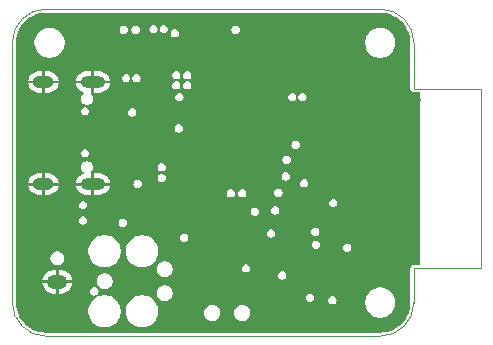
<source format=gbr>
%TF.GenerationSoftware,KiCad,Pcbnew,8.0.0*%
%TF.CreationDate,2024-03-13T13:13:57+00:00*%
%TF.ProjectId,HW_MoveCritic_KiCad_Project,48575f4d-6f76-4654-9372-697469635f4b,rev?*%
%TF.SameCoordinates,PX7ee4219PY616af6f*%
%TF.FileFunction,Copper,L3,Inr*%
%TF.FilePolarity,Positive*%
%FSLAX46Y46*%
G04 Gerber Fmt 4.6, Leading zero omitted, Abs format (unit mm)*
G04 Created by KiCad (PCBNEW 8.0.0) date 2024-03-13 13:13:57*
%MOMM*%
%LPD*%
G01*
G04 APERTURE LIST*
%TA.AperFunction,ComponentPad*%
%ADD10O,1.800000X1.000000*%
%TD*%
%TA.AperFunction,ComponentPad*%
%ADD11O,2.100000X1.000000*%
%TD*%
%TA.AperFunction,ComponentPad*%
%ADD12O,1.750000X1.200000*%
%TD*%
%TA.AperFunction,ViaPad*%
%ADD13C,0.700000*%
%TD*%
%TA.AperFunction,ViaPad*%
%ADD14C,0.500000*%
%TD*%
%TA.AperFunction,Profile*%
%ADD15C,0.100000*%
%TD*%
G04 APERTURE END LIST*
D10*
%TO.N,GND*%
%TO.C,J3*%
X2635000Y12880000D03*
D11*
X6815000Y12880000D03*
D10*
X2635000Y21520000D03*
D11*
X6815000Y21520000D03*
%TD*%
D12*
%TO.N,GND*%
%TO.C,J1*%
X3799999Y4599999D03*
%TD*%
D13*
%TO.N,GND*%
X11200000Y9600000D03*
X21724234Y26468767D03*
X23724234Y26468767D03*
X29280000Y20000000D03*
X27280000Y20000000D03*
X6487890Y23500000D03*
X4280000Y17500000D03*
X4280000Y15500000D03*
X4280000Y19500000D03*
X2280000Y19500000D03*
X2280000Y17500000D03*
X2280000Y15500000D03*
X5280000Y1500000D03*
X28280000Y12000000D03*
X28280000Y14000000D03*
X17150001Y22669998D03*
X25329999Y18880000D03*
X31280000Y22000000D03*
X19900000Y17850000D03*
X24850001Y16900000D03*
X14560000Y1080000D03*
X20900001Y11375000D03*
X14530000Y5830000D03*
X32280000Y10000000D03*
X19410000Y10710000D03*
X14420000Y24209998D03*
X25261789Y1000000D03*
X29280000Y24000000D03*
X27280000Y22000000D03*
X15570000Y22650000D03*
X17630000Y17790000D03*
X18750000Y14299999D03*
X30280000Y12000000D03*
X32280000Y14000000D03*
X26990000Y16249998D03*
X15637500Y24510001D03*
X14850000Y4590000D03*
X26045300Y13984067D03*
X8730000Y20900000D03*
X19890000Y15570000D03*
X31600000Y17000000D03*
X10180000Y15900000D03*
X22850000Y7300000D03*
X31600001Y18849998D03*
X3780000Y1500000D03*
X14260001Y15669999D03*
X14280001Y12060000D03*
X30280000Y8000000D03*
X30020001Y16219999D03*
X2280000Y1500000D03*
X16350001Y22659998D03*
X12280000Y21500000D03*
X9127502Y14129999D03*
X13237258Y2163253D03*
X20950002Y14549999D03*
D14*
X34320001Y20009999D03*
D13*
X14955001Y10700000D03*
X29280000Y22000000D03*
X9857501Y20109999D03*
X14560000Y2840000D03*
X16699999Y18749999D03*
X21993960Y24812975D03*
X32280000Y8000000D03*
X32280000Y6000000D03*
X13420000Y15659998D03*
X20950001Y16699999D03*
X30280000Y6000000D03*
X20424999Y21300000D03*
X27280000Y24000000D03*
X23760002Y4049999D03*
X16699999Y16699999D03*
X29280000Y26000000D03*
X16167500Y5740001D03*
X9200000Y12000000D03*
X16700000Y14549998D03*
X20950000Y18749998D03*
X17790000Y15610000D03*
X25680000Y6500000D03*
X18700001Y19099999D03*
X23261789Y1000000D03*
X8700001Y23499999D03*
X30280000Y14000000D03*
X25657467Y21820561D03*
X25320001Y19710000D03*
X32280000Y12000000D03*
X13430002Y12049999D03*
X12280000Y19300000D03*
X28290001Y5160000D03*
X30280000Y10000000D03*
%TD*%
%TA.AperFunction,Conductor*%
%TO.N,GND*%
G36*
X31152066Y27399384D02*
G01*
X31431316Y27383701D01*
X31439552Y27382772D01*
X31713203Y27336276D01*
X31713215Y27336274D01*
X31721306Y27334428D01*
X31988065Y27257577D01*
X31995877Y27254843D01*
X32252359Y27148605D01*
X32259822Y27145010D01*
X32502772Y27010735D01*
X32509794Y27006324D01*
X32509800Y27006320D01*
X32736197Y26845683D01*
X32736202Y26845680D01*
X32742681Y26840513D01*
X32881728Y26716253D01*
X32949669Y26655536D01*
X32955536Y26649669D01*
X33140504Y26442691D01*
X33145679Y26436203D01*
X33306323Y26209796D01*
X33310730Y26202782D01*
X33445013Y25959816D01*
X33448607Y25952352D01*
X33547789Y25712904D01*
X33554837Y25695890D01*
X33557578Y25688057D01*
X33634429Y25421305D01*
X33636272Y25413230D01*
X33682771Y25139558D01*
X33683700Y25131312D01*
X33699384Y24852049D01*
X33699500Y24847900D01*
X33699500Y20920434D01*
X33719977Y20844013D01*
X33719979Y20844008D01*
X33733306Y20820925D01*
X33759540Y20775487D01*
X33815489Y20719538D01*
X33884011Y20679977D01*
X33884012Y20679977D01*
X33884014Y20679976D01*
X33922224Y20669738D01*
X33960435Y20659499D01*
X33960436Y20659498D01*
X34433443Y20659498D01*
X34485769Y20637824D01*
X34507443Y20585498D01*
X34507443Y20585471D01*
X34505569Y15390339D01*
X34502229Y6134470D01*
X34480537Y6082153D01*
X34428230Y6060498D01*
X34044110Y6060498D01*
X34044094Y6060499D01*
X34039564Y6060499D01*
X33960440Y6060499D01*
X33960438Y6060499D01*
X33884016Y6040022D01*
X33884011Y6040020D01*
X33815490Y6000459D01*
X33759542Y5944511D01*
X33719981Y5875990D01*
X33719979Y5875985D01*
X33699502Y5799564D01*
X33699502Y2852083D01*
X33699386Y2847934D01*
X33683703Y2568687D01*
X33682774Y2560447D01*
X33636276Y2286773D01*
X33634432Y2278694D01*
X33557583Y2011945D01*
X33554842Y2004112D01*
X33448612Y1747653D01*
X33445012Y1740177D01*
X33310736Y1497222D01*
X33306321Y1490196D01*
X33145682Y1263795D01*
X33140507Y1257306D01*
X32955538Y1050328D01*
X32949671Y1044461D01*
X32742693Y859492D01*
X32736204Y854317D01*
X32509796Y693673D01*
X32502770Y689259D01*
X32259830Y554990D01*
X32252354Y551389D01*
X31995888Y445157D01*
X31988055Y442416D01*
X31721307Y365568D01*
X31713217Y363722D01*
X31439558Y317225D01*
X31431311Y316295D01*
X31152101Y300616D01*
X31147952Y300500D01*
X2852083Y300500D01*
X2847934Y300616D01*
X2568688Y316299D01*
X2560450Y317228D01*
X2286770Y363727D01*
X2278695Y365570D01*
X2011943Y442420D01*
X2004111Y445161D01*
X1747650Y551390D01*
X1740183Y554985D01*
X1497212Y689271D01*
X1490196Y693680D01*
X1263807Y854312D01*
X1257319Y859485D01*
X1167197Y940023D01*
X1050324Y1044467D01*
X1044463Y1050328D01*
X859484Y1257320D01*
X854312Y1263807D01*
X838268Y1286419D01*
X693680Y1490196D01*
X689272Y1497210D01*
X554989Y1740178D01*
X551389Y1747654D01*
X533984Y1789673D01*
X445894Y2002339D01*
X6442051Y2002339D01*
X6475733Y1789673D01*
X6475736Y1789660D01*
X6542269Y1584894D01*
X6640024Y1393037D01*
X6738639Y1257306D01*
X6766587Y1218839D01*
X6918841Y1066585D01*
X6918844Y1066583D01*
X6918845Y1066582D01*
X7093038Y940023D01*
X7185508Y892908D01*
X7284890Y842270D01*
X7284892Y842270D01*
X7284895Y842268D01*
X7489661Y775735D01*
X7489667Y775734D01*
X7489672Y775732D01*
X7631451Y753277D01*
X7702340Y742049D01*
X7702341Y742049D01*
X7917662Y742049D01*
X7970828Y750470D01*
X8130330Y775732D01*
X8130337Y775735D01*
X8130340Y775735D01*
X8335106Y842268D01*
X8335106Y842269D01*
X8335112Y842270D01*
X8526963Y940023D01*
X8701161Y1066585D01*
X8853415Y1218839D01*
X8979977Y1393037D01*
X9077730Y1584888D01*
X9103212Y1663313D01*
X9144265Y1789660D01*
X9144265Y1789663D01*
X9144268Y1789670D01*
X9177951Y2002339D01*
X9617051Y2002339D01*
X9650733Y1789673D01*
X9650736Y1789660D01*
X9717269Y1584894D01*
X9815024Y1393037D01*
X9913639Y1257306D01*
X9941587Y1218839D01*
X10093841Y1066585D01*
X10093844Y1066583D01*
X10093845Y1066582D01*
X10268038Y940023D01*
X10360508Y892908D01*
X10459890Y842270D01*
X10459892Y842270D01*
X10459895Y842268D01*
X10664661Y775735D01*
X10664667Y775734D01*
X10664672Y775732D01*
X10806451Y753277D01*
X10877340Y742049D01*
X10877341Y742049D01*
X11092662Y742049D01*
X11145828Y750470D01*
X11305330Y775732D01*
X11305337Y775735D01*
X11305340Y775735D01*
X11510106Y842268D01*
X11510106Y842269D01*
X11510112Y842270D01*
X11701963Y940023D01*
X11876161Y1066585D01*
X12028415Y1218839D01*
X12154977Y1393037D01*
X12252730Y1584888D01*
X12278212Y1663313D01*
X12319265Y1789660D01*
X12319265Y1789663D01*
X12319268Y1789670D01*
X12335318Y1891006D01*
X16214502Y1891006D01*
X16218027Y1873285D01*
X16241420Y1755677D01*
X16241423Y1755667D01*
X16294225Y1628191D01*
X16294226Y1628189D01*
X16294227Y1628188D01*
X16370888Y1513457D01*
X16468460Y1415885D01*
X16583191Y1339224D01*
X16710674Y1286419D01*
X16846009Y1259499D01*
X16846011Y1259499D01*
X16983993Y1259499D01*
X16983995Y1259499D01*
X17119330Y1286419D01*
X17246813Y1339224D01*
X17361544Y1415885D01*
X17459116Y1513457D01*
X17535777Y1628188D01*
X17588582Y1755671D01*
X17615502Y1891006D01*
X18754502Y1891006D01*
X18758027Y1873285D01*
X18781420Y1755677D01*
X18781423Y1755667D01*
X18834225Y1628191D01*
X18834226Y1628189D01*
X18834227Y1628188D01*
X18910888Y1513457D01*
X19008460Y1415885D01*
X19123191Y1339224D01*
X19250674Y1286419D01*
X19386009Y1259499D01*
X19386011Y1259499D01*
X19523993Y1259499D01*
X19523995Y1259499D01*
X19659330Y1286419D01*
X19786813Y1339224D01*
X19901544Y1415885D01*
X19999116Y1513457D01*
X20075777Y1628188D01*
X20128582Y1755671D01*
X20155502Y1891006D01*
X20155502Y2028992D01*
X20128582Y2164327D01*
X20081210Y2278694D01*
X20075778Y2291808D01*
X19999118Y2406538D01*
X19999116Y2406541D01*
X19901544Y2504113D01*
X19832643Y2550151D01*
X19786810Y2580776D01*
X19659334Y2633578D01*
X19659324Y2633581D01*
X19568696Y2651608D01*
X19523995Y2660499D01*
X19386009Y2660499D01*
X19347644Y2652868D01*
X19250679Y2633581D01*
X19250669Y2633578D01*
X19123193Y2580776D01*
X19008463Y2504116D01*
X18910885Y2406538D01*
X18834225Y2291808D01*
X18781423Y2164332D01*
X18781420Y2164322D01*
X18758947Y2051343D01*
X18754502Y2028992D01*
X18754502Y1891006D01*
X17615502Y1891006D01*
X17615502Y2028992D01*
X17588582Y2164327D01*
X17541210Y2278694D01*
X17535778Y2291808D01*
X17459118Y2406538D01*
X17459116Y2406541D01*
X17361544Y2504113D01*
X17292643Y2550151D01*
X17246810Y2580776D01*
X17119334Y2633578D01*
X17119324Y2633581D01*
X17028696Y2651608D01*
X16983995Y2660499D01*
X16846009Y2660499D01*
X16807644Y2652868D01*
X16710679Y2633581D01*
X16710669Y2633578D01*
X16583193Y2580776D01*
X16468463Y2504116D01*
X16370885Y2406538D01*
X16294225Y2291808D01*
X16241423Y2164332D01*
X16241420Y2164322D01*
X16218947Y2051343D01*
X16214502Y2028992D01*
X16214502Y1891006D01*
X12335318Y1891006D01*
X12352951Y2002339D01*
X12352951Y2217659D01*
X12319268Y2430328D01*
X12319266Y2430333D01*
X12319265Y2430339D01*
X12252732Y2635105D01*
X12252730Y2635108D01*
X12252730Y2635110D01*
X12187615Y2762905D01*
X12154977Y2826962D01*
X12028418Y3001155D01*
X12028417Y3001156D01*
X12028415Y3001159D01*
X11876161Y3153413D01*
X11876158Y3153416D01*
X11876156Y3153417D01*
X11701963Y3279976D01*
X11510106Y3377731D01*
X11305340Y3444264D01*
X11305327Y3444267D01*
X11092662Y3477949D01*
X11092661Y3477949D01*
X10877341Y3477949D01*
X10877340Y3477949D01*
X10664674Y3444267D01*
X10664661Y3444264D01*
X10459895Y3377731D01*
X10268038Y3279976D01*
X10093845Y3153417D01*
X9941583Y3001155D01*
X9815024Y2826962D01*
X9717269Y2635105D01*
X9650736Y2430339D01*
X9650733Y2430326D01*
X9617051Y2217660D01*
X9617051Y2002339D01*
X9177951Y2002339D01*
X9177951Y2217659D01*
X9144268Y2430328D01*
X9144266Y2430333D01*
X9144265Y2430339D01*
X9077732Y2635105D01*
X9077730Y2635108D01*
X9077730Y2635110D01*
X9012615Y2762905D01*
X8979977Y2826962D01*
X8853418Y3001155D01*
X8853417Y3001156D01*
X8853415Y3001159D01*
X8701161Y3153413D01*
X8701158Y3153416D01*
X8701156Y3153417D01*
X8526963Y3279976D01*
X8335106Y3377731D01*
X8130340Y3444264D01*
X8130327Y3444267D01*
X7917662Y3477949D01*
X7917661Y3477949D01*
X7702341Y3477949D01*
X7702340Y3477949D01*
X7489674Y3444267D01*
X7489661Y3444264D01*
X7284895Y3377731D01*
X7093038Y3279976D01*
X6918845Y3153417D01*
X6766583Y3001155D01*
X6640024Y2826962D01*
X6542269Y2635105D01*
X6475736Y2430339D01*
X6475733Y2430326D01*
X6442051Y2217660D01*
X6442051Y2002339D01*
X445894Y2002339D01*
X445155Y2004123D01*
X442421Y2011936D01*
X365566Y2278706D01*
X363728Y2286757D01*
X317224Y2560465D01*
X316298Y2568688D01*
X315619Y2580774D01*
X300616Y2847934D01*
X300500Y2852083D01*
X300500Y4474999D01*
X2530271Y4474999D01*
X2563426Y4308317D01*
X2563429Y4308306D01*
X2638808Y4126324D01*
X2748245Y3962540D01*
X2887539Y3823246D01*
X3051323Y3713809D01*
X3233305Y3638430D01*
X3233316Y3638427D01*
X3426509Y3599999D01*
X3674999Y3599999D01*
X3674999Y4245265D01*
X3750629Y4224999D01*
X3849369Y4224999D01*
X3924999Y4245265D01*
X3924999Y3599999D01*
X4173489Y3599999D01*
X4366681Y3638427D01*
X4366692Y3638430D01*
X4548674Y3713809D01*
X4677666Y3799999D01*
X6595133Y3799999D01*
X6612501Y3690339D01*
X6615635Y3684189D01*
X6662907Y3591412D01*
X6741415Y3512904D01*
X6840341Y3462499D01*
X6950002Y3445130D01*
X7059663Y3462499D01*
X7158589Y3512904D01*
X7213126Y3567441D01*
X12214201Y3567441D01*
X12240170Y3436881D01*
X12240172Y3436875D01*
X12281502Y3337094D01*
X12291115Y3313888D01*
X12365073Y3203202D01*
X12459204Y3109071D01*
X12569890Y3035113D01*
X12692877Y2984170D01*
X12823441Y2958199D01*
X12823443Y2958199D01*
X12956559Y2958199D01*
X12956561Y2958199D01*
X13087125Y2984170D01*
X13210112Y3035113D01*
X13320798Y3109071D01*
X13414929Y3203202D01*
X13446198Y3250000D01*
X24845131Y3250000D01*
X24862499Y3140340D01*
X24908530Y3049999D01*
X24912905Y3041413D01*
X24991413Y2962905D01*
X25090339Y2912500D01*
X25200000Y2895131D01*
X25309661Y2912500D01*
X25408587Y2962905D01*
X25487095Y3041413D01*
X25491470Y3049999D01*
X26745130Y3049999D01*
X26762498Y2940339D01*
X26762499Y2940338D01*
X26812904Y2841412D01*
X26891412Y2762904D01*
X26990338Y2712499D01*
X27099999Y2695130D01*
X27209660Y2712499D01*
X27281731Y2749221D01*
X29869501Y2749221D01*
X29901030Y2550151D01*
X29901033Y2550138D01*
X29963312Y2358463D01*
X30054818Y2178871D01*
X30163712Y2028991D01*
X30173290Y2015809D01*
X30315811Y1873288D01*
X30478872Y1754817D01*
X30658459Y1663313D01*
X30658461Y1663313D01*
X30658464Y1663311D01*
X30850139Y1601032D01*
X30850145Y1601031D01*
X30850150Y1601029D01*
X30982865Y1580009D01*
X31049222Y1569499D01*
X31049223Y1569499D01*
X31250780Y1569499D01*
X31300547Y1577382D01*
X31449852Y1601029D01*
X31449859Y1601032D01*
X31449862Y1601032D01*
X31641537Y1663311D01*
X31641537Y1663312D01*
X31641543Y1663313D01*
X31821130Y1754817D01*
X31984191Y1873288D01*
X32126712Y2015809D01*
X32245183Y2178870D01*
X32336687Y2358457D01*
X32336689Y2358463D01*
X32398968Y2550138D01*
X32398968Y2550141D01*
X32398971Y2550148D01*
X32430501Y2749221D01*
X32430501Y2950777D01*
X32429325Y2958199D01*
X32417144Y3035112D01*
X32398971Y3149850D01*
X32398969Y3149855D01*
X32398968Y3149861D01*
X32336689Y3341536D01*
X32336687Y3341539D01*
X32336687Y3341541D01*
X32245183Y3521128D01*
X32187880Y3599999D01*
X32126715Y3684185D01*
X32126714Y3684186D01*
X32126712Y3684189D01*
X31984191Y3826710D01*
X31984188Y3826713D01*
X31984186Y3826714D01*
X31821129Y3945182D01*
X31641537Y4036688D01*
X31449862Y4098967D01*
X31449849Y4098970D01*
X31250780Y4130499D01*
X31250779Y4130499D01*
X31049223Y4130499D01*
X31049222Y4130499D01*
X30850152Y4098970D01*
X30850139Y4098967D01*
X30658464Y4036688D01*
X30478872Y3945182D01*
X30315815Y3826714D01*
X30173286Y3684185D01*
X30054818Y3521128D01*
X29963312Y3341536D01*
X29901033Y3149861D01*
X29901030Y3149848D01*
X29869501Y2950778D01*
X29869501Y2749221D01*
X27281731Y2749221D01*
X27308586Y2762904D01*
X27387094Y2841412D01*
X27437499Y2940338D01*
X27454868Y3049999D01*
X27437499Y3159660D01*
X27387094Y3258586D01*
X27308586Y3337094D01*
X27299858Y3341541D01*
X27209659Y3387500D01*
X27099999Y3404868D01*
X26990338Y3387500D01*
X26891411Y3337094D01*
X26812904Y3258587D01*
X26762498Y3159660D01*
X26745130Y3049999D01*
X25491470Y3049999D01*
X25537500Y3140339D01*
X25554869Y3250000D01*
X25537500Y3359661D01*
X25487095Y3458587D01*
X25408587Y3537095D01*
X25309660Y3587501D01*
X25200000Y3604869D01*
X25090339Y3587501D01*
X24991412Y3537095D01*
X24912905Y3458588D01*
X24862499Y3359661D01*
X24845131Y3250000D01*
X13446198Y3250000D01*
X13488887Y3313888D01*
X13539830Y3436875D01*
X13565801Y3567439D01*
X13565801Y3700559D01*
X13539830Y3831123D01*
X13488887Y3954110D01*
X13414929Y4064796D01*
X13320798Y4158927D01*
X13210112Y4232885D01*
X13210109Y4232887D01*
X13210108Y4232887D01*
X13087125Y4283828D01*
X13087119Y4283830D01*
X12999686Y4301221D01*
X12956561Y4309799D01*
X12823441Y4309799D01*
X12786428Y4302437D01*
X12692882Y4283830D01*
X12692876Y4283828D01*
X12569893Y4232887D01*
X12459204Y4158928D01*
X12459203Y4158926D01*
X12365074Y4064797D01*
X12365072Y4064796D01*
X12291113Y3954107D01*
X12240172Y3831124D01*
X12240170Y3831118D01*
X12214201Y3700558D01*
X12214201Y3567441D01*
X7213126Y3567441D01*
X7237097Y3591412D01*
X7287502Y3690338D01*
X7304871Y3799999D01*
X7287502Y3909660D01*
X7237097Y4008586D01*
X7158589Y4087094D01*
X7135281Y4098970D01*
X7059662Y4137500D01*
X6950002Y4154868D01*
X6840341Y4137500D01*
X6741414Y4087094D01*
X6662907Y4008587D01*
X6612501Y3909660D01*
X6595133Y3799999D01*
X4677666Y3799999D01*
X4712458Y3823246D01*
X4851752Y3962540D01*
X4961189Y4126324D01*
X5036568Y4308306D01*
X5036571Y4308317D01*
X5069726Y4474999D01*
X4154734Y4474999D01*
X4174999Y4550629D01*
X4174999Y4583441D01*
X7134201Y4583441D01*
X7160170Y4452881D01*
X7160172Y4452875D01*
X7211115Y4329888D01*
X7260641Y4255767D01*
X7281199Y4224999D01*
X7285073Y4219202D01*
X7379204Y4125071D01*
X7489890Y4051113D01*
X7612877Y4000170D01*
X7743441Y3974199D01*
X7743443Y3974199D01*
X7876559Y3974199D01*
X7876561Y3974199D01*
X8007125Y4000170D01*
X8130112Y4051113D01*
X8240798Y4125071D01*
X8334929Y4219202D01*
X8408887Y4329888D01*
X8459830Y4452875D01*
X8485801Y4583439D01*
X8485801Y4716559D01*
X8459830Y4847123D01*
X8408887Y4970110D01*
X8334929Y5080796D01*
X8240798Y5174927D01*
X8130112Y5248885D01*
X8130109Y5248887D01*
X8130108Y5248887D01*
X8007125Y5299828D01*
X8007119Y5299830D01*
X7919686Y5317221D01*
X7876561Y5325799D01*
X7743441Y5325799D01*
X7706428Y5318437D01*
X7612882Y5299830D01*
X7612876Y5299828D01*
X7489893Y5248887D01*
X7379204Y5174928D01*
X7379203Y5174926D01*
X7285074Y5080797D01*
X7285072Y5080796D01*
X7211113Y4970107D01*
X7160172Y4847124D01*
X7160170Y4847118D01*
X7134201Y4716558D01*
X7134201Y4583441D01*
X4174999Y4583441D01*
X4174999Y4649369D01*
X4154734Y4724999D01*
X5069726Y4724999D01*
X5069726Y4725000D01*
X5036571Y4891682D01*
X5036568Y4891693D01*
X4961189Y5073675D01*
X4851752Y5237459D01*
X4712458Y5376753D01*
X4548674Y5486190D01*
X4366692Y5561569D01*
X4366681Y5561572D01*
X4176304Y5599439D01*
X12214201Y5599439D01*
X12221733Y5561572D01*
X12240170Y5468881D01*
X12240172Y5468875D01*
X12285853Y5358590D01*
X12291115Y5345888D01*
X12365073Y5235202D01*
X12459204Y5141071D01*
X12569890Y5067113D01*
X12692877Y5016170D01*
X12823441Y4990199D01*
X12823443Y4990199D01*
X12956559Y4990199D01*
X12956561Y4990199D01*
X13087125Y5016170D01*
X13210112Y5067113D01*
X13320798Y5141071D01*
X13329729Y5150002D01*
X22495131Y5150002D01*
X22512499Y5040342D01*
X22524816Y5016169D01*
X22562905Y4941415D01*
X22641413Y4862907D01*
X22740339Y4812502D01*
X22850000Y4795133D01*
X22959661Y4812502D01*
X23058587Y4862907D01*
X23137095Y4941415D01*
X23187500Y5040341D01*
X23204869Y5150002D01*
X23187500Y5259663D01*
X23137095Y5358589D01*
X23058587Y5437097D01*
X22959660Y5487503D01*
X22850000Y5504871D01*
X22740339Y5487503D01*
X22641412Y5437097D01*
X22562905Y5358590D01*
X22512499Y5259663D01*
X22495131Y5150002D01*
X13329729Y5150002D01*
X13414929Y5235202D01*
X13488887Y5345888D01*
X13539830Y5468875D01*
X13565801Y5599439D01*
X13565801Y5732559D01*
X13562332Y5750000D01*
X19425131Y5750000D01*
X19442499Y5640340D01*
X19482635Y5561569D01*
X19492905Y5541413D01*
X19571413Y5462905D01*
X19670339Y5412500D01*
X19780000Y5395131D01*
X19889661Y5412500D01*
X19988587Y5462905D01*
X20067095Y5541413D01*
X20117500Y5640339D01*
X20134869Y5750000D01*
X20117500Y5859661D01*
X20067095Y5958587D01*
X19988587Y6037095D01*
X19942654Y6060499D01*
X19889660Y6087501D01*
X19780000Y6104869D01*
X19670339Y6087501D01*
X19571412Y6037095D01*
X19492905Y5958588D01*
X19442499Y5859661D01*
X19425131Y5750000D01*
X13562332Y5750000D01*
X13539830Y5863123D01*
X13488887Y5986110D01*
X13414929Y6096796D01*
X13320798Y6190927D01*
X13210112Y6264885D01*
X13210109Y6264887D01*
X13210108Y6264887D01*
X13087125Y6315828D01*
X13087119Y6315830D01*
X12999686Y6333221D01*
X12956561Y6341799D01*
X12823441Y6341799D01*
X12786428Y6334437D01*
X12692882Y6315830D01*
X12692876Y6315828D01*
X12569893Y6264887D01*
X12459204Y6190928D01*
X12459203Y6190926D01*
X12365074Y6096797D01*
X12365072Y6096796D01*
X12291113Y5986107D01*
X12240172Y5863124D01*
X12240170Y5863118D01*
X12227528Y5799560D01*
X12214201Y5732559D01*
X12214201Y5599439D01*
X4176304Y5599439D01*
X4173489Y5599999D01*
X3924999Y5599999D01*
X3924999Y4954734D01*
X3849369Y4974999D01*
X3750629Y4974999D01*
X3674999Y4954734D01*
X3674999Y5599999D01*
X3426509Y5599999D01*
X3233316Y5561572D01*
X3233305Y5561569D01*
X3051323Y5486190D01*
X2887539Y5376753D01*
X2748245Y5237459D01*
X2638808Y5073675D01*
X2563429Y4891693D01*
X2563426Y4891682D01*
X2530271Y4725000D01*
X2530272Y4724999D01*
X3445264Y4724999D01*
X3424999Y4649369D01*
X3424999Y4550629D01*
X3445264Y4474999D01*
X2530271Y4474999D01*
X300500Y4474999D01*
X300500Y6524231D01*
X3224499Y6524231D01*
X3263716Y6377869D01*
X3263720Y6377860D01*
X3339482Y6246637D01*
X3339484Y6246634D01*
X3446634Y6139484D01*
X3577864Y6063718D01*
X3724230Y6024500D01*
X3724231Y6024499D01*
X3724233Y6024499D01*
X3875767Y6024499D01*
X3875767Y6024500D01*
X4022134Y6063718D01*
X4153364Y6139484D01*
X4260514Y6246634D01*
X4336280Y6377864D01*
X4375498Y6524231D01*
X4375499Y6524231D01*
X4375499Y6675767D01*
X4375498Y6675768D01*
X4336281Y6822130D01*
X4336280Y6822134D01*
X4260514Y6953364D01*
X4153364Y7060514D01*
X4153361Y7060516D01*
X4115563Y7082339D01*
X6442051Y7082339D01*
X6475733Y6869673D01*
X6475736Y6869660D01*
X6542269Y6664894D01*
X6640024Y6473037D01*
X6766583Y6298844D01*
X6766587Y6298839D01*
X6918841Y6146585D01*
X6918844Y6146583D01*
X6918845Y6146582D01*
X7093038Y6020023D01*
X7131435Y6000459D01*
X7284890Y5922270D01*
X7284892Y5922270D01*
X7284895Y5922268D01*
X7489661Y5855735D01*
X7489667Y5855734D01*
X7489672Y5855732D01*
X7631451Y5833277D01*
X7702340Y5822049D01*
X7702341Y5822049D01*
X7917662Y5822049D01*
X7970828Y5830470D01*
X8130330Y5855732D01*
X8130337Y5855735D01*
X8130340Y5855735D01*
X8335106Y5922268D01*
X8335106Y5922269D01*
X8335112Y5922270D01*
X8526963Y6020023D01*
X8701161Y6146585D01*
X8853415Y6298839D01*
X8979977Y6473037D01*
X9077730Y6664888D01*
X9144268Y6869670D01*
X9177951Y7082339D01*
X9617051Y7082339D01*
X9650733Y6869673D01*
X9650736Y6869660D01*
X9717269Y6664894D01*
X9815024Y6473037D01*
X9941583Y6298844D01*
X9941587Y6298839D01*
X10093841Y6146585D01*
X10093844Y6146583D01*
X10093845Y6146582D01*
X10268038Y6020023D01*
X10306435Y6000459D01*
X10459890Y5922270D01*
X10459892Y5922270D01*
X10459895Y5922268D01*
X10664661Y5855735D01*
X10664667Y5855734D01*
X10664672Y5855732D01*
X10806451Y5833277D01*
X10877340Y5822049D01*
X10877341Y5822049D01*
X11092662Y5822049D01*
X11145828Y5830470D01*
X11305330Y5855732D01*
X11305337Y5855735D01*
X11305340Y5855735D01*
X11510106Y5922268D01*
X11510106Y5922269D01*
X11510112Y5922270D01*
X11701963Y6020023D01*
X11876161Y6146585D01*
X12028415Y6298839D01*
X12154977Y6473037D01*
X12252730Y6664888D01*
X12319268Y6869670D01*
X12352951Y7082339D01*
X12352951Y7297659D01*
X12319268Y7510328D01*
X12319266Y7510333D01*
X12319265Y7510339D01*
X12252732Y7715105D01*
X12252730Y7715108D01*
X12252730Y7715110D01*
X12234953Y7750000D01*
X25345132Y7750000D01*
X25362500Y7640340D01*
X25362501Y7640339D01*
X25412906Y7541413D01*
X25491414Y7462905D01*
X25590340Y7412500D01*
X25700001Y7395131D01*
X25809662Y7412500D01*
X25908588Y7462905D01*
X25945681Y7499998D01*
X27995130Y7499998D01*
X28012498Y7390338D01*
X28062904Y7291411D01*
X28141412Y7212903D01*
X28240338Y7162498D01*
X28349999Y7145129D01*
X28459660Y7162498D01*
X28558586Y7212903D01*
X28637094Y7291411D01*
X28687499Y7390337D01*
X28704868Y7499998D01*
X28687499Y7609659D01*
X28637094Y7708585D01*
X28558586Y7787093D01*
X28459659Y7837499D01*
X28349999Y7854867D01*
X28240338Y7837499D01*
X28141411Y7787093D01*
X28062904Y7708586D01*
X28012498Y7609659D01*
X27995130Y7499998D01*
X25945681Y7499998D01*
X25987096Y7541413D01*
X26037501Y7640339D01*
X26054870Y7750000D01*
X26037501Y7859661D01*
X25987096Y7958587D01*
X25908588Y8037095D01*
X25857929Y8062907D01*
X25809661Y8087501D01*
X25700001Y8104869D01*
X25590340Y8087501D01*
X25491413Y8037095D01*
X25412906Y7958588D01*
X25362500Y7859661D01*
X25345132Y7750000D01*
X12234953Y7750000D01*
X12179078Y7859661D01*
X12154977Y7906962D01*
X12028418Y8081155D01*
X12028417Y8081156D01*
X12028415Y8081159D01*
X11876161Y8233413D01*
X11876158Y8233416D01*
X11876156Y8233417D01*
X11715692Y8350001D01*
X14195130Y8350001D01*
X14212498Y8240341D01*
X14212499Y8240340D01*
X14262904Y8141414D01*
X14341412Y8062906D01*
X14440338Y8012501D01*
X14549999Y7995132D01*
X14659660Y8012501D01*
X14758586Y8062906D01*
X14837094Y8141414D01*
X14887499Y8240340D01*
X14904868Y8350001D01*
X14887499Y8459662D01*
X14837094Y8558588D01*
X14758586Y8637096D01*
X14750113Y8641413D01*
X14659659Y8687502D01*
X14580754Y8699999D01*
X21545132Y8699999D01*
X21562500Y8590339D01*
X21596166Y8524266D01*
X21612906Y8491412D01*
X21691414Y8412904D01*
X21790340Y8362499D01*
X21900001Y8345130D01*
X22009662Y8362499D01*
X22108588Y8412904D01*
X22187096Y8491412D01*
X22237501Y8590338D01*
X22254870Y8699999D01*
X22237501Y8809660D01*
X22216947Y8850000D01*
X25295131Y8850000D01*
X25312499Y8740340D01*
X25339422Y8687501D01*
X25362905Y8641413D01*
X25441413Y8562905D01*
X25540339Y8512500D01*
X25650000Y8495131D01*
X25759661Y8512500D01*
X25858587Y8562905D01*
X25937095Y8641413D01*
X25987500Y8740339D01*
X26004869Y8850000D01*
X25987500Y8959661D01*
X25937095Y9058587D01*
X25858587Y9137095D01*
X25759660Y9187501D01*
X25650000Y9204869D01*
X25540339Y9187501D01*
X25441412Y9137095D01*
X25362905Y9058588D01*
X25312499Y8959661D01*
X25295131Y8850000D01*
X22216947Y8850000D01*
X22187096Y8908586D01*
X22108588Y8987094D01*
X22009661Y9037500D01*
X21900001Y9054868D01*
X21790340Y9037500D01*
X21691413Y8987094D01*
X21612906Y8908587D01*
X21562500Y8809660D01*
X21545132Y8699999D01*
X14580754Y8699999D01*
X14549999Y8704870D01*
X14440338Y8687502D01*
X14341411Y8637096D01*
X14262904Y8558589D01*
X14212498Y8459662D01*
X14195130Y8350001D01*
X11715692Y8350001D01*
X11701963Y8359976D01*
X11510106Y8457731D01*
X11305340Y8524264D01*
X11305327Y8524267D01*
X11092662Y8557949D01*
X11092661Y8557949D01*
X10877341Y8557949D01*
X10877340Y8557949D01*
X10664674Y8524267D01*
X10664661Y8524264D01*
X10459895Y8457731D01*
X10268038Y8359976D01*
X10093845Y8233417D01*
X9941583Y8081155D01*
X9815024Y7906962D01*
X9717269Y7715105D01*
X9650736Y7510339D01*
X9650733Y7510326D01*
X9617051Y7297660D01*
X9617051Y7082339D01*
X9177951Y7082339D01*
X9177951Y7297659D01*
X9144268Y7510328D01*
X9144266Y7510333D01*
X9144265Y7510339D01*
X9077732Y7715105D01*
X9077730Y7715108D01*
X9077730Y7715110D01*
X9004078Y7859661D01*
X8979977Y7906962D01*
X8853418Y8081155D01*
X8853417Y8081156D01*
X8853415Y8081159D01*
X8701161Y8233413D01*
X8701158Y8233416D01*
X8701156Y8233417D01*
X8526963Y8359976D01*
X8335106Y8457731D01*
X8130340Y8524264D01*
X8130327Y8524267D01*
X7917662Y8557949D01*
X7917661Y8557949D01*
X7702341Y8557949D01*
X7702340Y8557949D01*
X7489674Y8524267D01*
X7489661Y8524264D01*
X7284895Y8457731D01*
X7093038Y8359976D01*
X6918845Y8233417D01*
X6766583Y8081155D01*
X6640024Y7906962D01*
X6542269Y7715105D01*
X6475736Y7510339D01*
X6475733Y7510326D01*
X6442051Y7297660D01*
X6442051Y7082339D01*
X4115563Y7082339D01*
X4022138Y7136278D01*
X4022129Y7136282D01*
X3875767Y7175499D01*
X3875765Y7175499D01*
X3724233Y7175499D01*
X3724231Y7175499D01*
X3577868Y7136282D01*
X3577859Y7136278D01*
X3446636Y7060516D01*
X3339482Y6953362D01*
X3263720Y6822139D01*
X3263716Y6822130D01*
X3224499Y6675768D01*
X3224499Y6524231D01*
X300500Y6524231D01*
X300500Y9800000D01*
X5625131Y9800000D01*
X5642499Y9690340D01*
X5642500Y9690339D01*
X5692905Y9591413D01*
X5771413Y9512905D01*
X5870339Y9462500D01*
X5980000Y9445131D01*
X6089661Y9462500D01*
X6188587Y9512905D01*
X6267095Y9591413D01*
X6271470Y9600000D01*
X8995132Y9600000D01*
X9012500Y9490340D01*
X9035535Y9445132D01*
X9062906Y9391413D01*
X9141414Y9312905D01*
X9240340Y9262500D01*
X9350001Y9245131D01*
X9459662Y9262500D01*
X9558588Y9312905D01*
X9637096Y9391413D01*
X9687501Y9490339D01*
X9704870Y9600000D01*
X9687501Y9709661D01*
X9637096Y9808587D01*
X9558588Y9887095D01*
X9459661Y9937501D01*
X9350001Y9954869D01*
X9240340Y9937501D01*
X9141413Y9887095D01*
X9062906Y9808588D01*
X9012500Y9709661D01*
X8995132Y9600000D01*
X6271470Y9600000D01*
X6317500Y9690339D01*
X6334869Y9800000D01*
X6317500Y9909661D01*
X6267095Y10008587D01*
X6188587Y10087095D01*
X6089660Y10137501D01*
X5980000Y10154869D01*
X5870339Y10137501D01*
X5771412Y10087095D01*
X5692905Y10008588D01*
X5642499Y9909661D01*
X5625131Y9800000D01*
X300500Y9800000D01*
X300500Y10550000D01*
X20175131Y10550000D01*
X20192499Y10440340D01*
X20192500Y10440339D01*
X20242905Y10341413D01*
X20321413Y10262905D01*
X20420339Y10212500D01*
X20530000Y10195131D01*
X20639661Y10212500D01*
X20738587Y10262905D01*
X20817095Y10341413D01*
X20867500Y10440339D01*
X20884869Y10550000D01*
X20869338Y10648056D01*
X21895132Y10648056D01*
X21912500Y10538396D01*
X21912501Y10538395D01*
X21962906Y10439469D01*
X22041414Y10360961D01*
X22140340Y10310556D01*
X22250001Y10293187D01*
X22359662Y10310556D01*
X22458588Y10360961D01*
X22537096Y10439469D01*
X22587501Y10538395D01*
X22604870Y10648056D01*
X22587501Y10757717D01*
X22537096Y10856643D01*
X22458588Y10935151D01*
X22359661Y10985557D01*
X22250001Y11002925D01*
X22140340Y10985557D01*
X22041413Y10935151D01*
X21962906Y10856644D01*
X21912500Y10757717D01*
X21895132Y10648056D01*
X20869338Y10648056D01*
X20867500Y10659661D01*
X20817095Y10758587D01*
X20738587Y10837095D01*
X20700220Y10856644D01*
X20639660Y10887501D01*
X20530000Y10904869D01*
X20420339Y10887501D01*
X20321412Y10837095D01*
X20242905Y10758588D01*
X20192499Y10659661D01*
X20175131Y10550000D01*
X300500Y10550000D01*
X300500Y11100000D01*
X5625131Y11100000D01*
X5642499Y10990340D01*
X5671970Y10932500D01*
X5692905Y10891413D01*
X5771413Y10812905D01*
X5870339Y10762500D01*
X5980000Y10745131D01*
X6089661Y10762500D01*
X6188587Y10812905D01*
X6267095Y10891413D01*
X6317500Y10990339D01*
X6334869Y11100000D01*
X6317500Y11209661D01*
X6286756Y11270000D01*
X26805131Y11270000D01*
X26822499Y11160340D01*
X26822500Y11160339D01*
X26872905Y11061413D01*
X26951413Y10982905D01*
X27050339Y10932500D01*
X27160000Y10915131D01*
X27269661Y10932500D01*
X27368587Y10982905D01*
X27447095Y11061413D01*
X27497500Y11160339D01*
X27514869Y11270000D01*
X27497500Y11379661D01*
X27447095Y11478587D01*
X27368587Y11557095D01*
X27269660Y11607501D01*
X27160000Y11624869D01*
X27050339Y11607501D01*
X26951412Y11557095D01*
X26872905Y11478588D01*
X26822499Y11379661D01*
X26805131Y11270000D01*
X6286756Y11270000D01*
X6267095Y11308587D01*
X6188587Y11387095D01*
X6089660Y11437501D01*
X5980000Y11454869D01*
X5870339Y11437501D01*
X5771412Y11387095D01*
X5692905Y11308588D01*
X5642499Y11209661D01*
X5625131Y11100000D01*
X300500Y11100000D01*
X300500Y12755000D01*
X1342231Y12755000D01*
X1369584Y12617487D01*
X1369587Y12617476D01*
X1437427Y12453695D01*
X1535923Y12306284D01*
X1661283Y12180924D01*
X1808695Y12082428D01*
X1808694Y12082428D01*
X1972475Y12014588D01*
X1972486Y12014585D01*
X2146359Y11980000D01*
X2510000Y11980000D01*
X2510000Y12580000D01*
X2760000Y12580000D01*
X2760000Y11980000D01*
X3123641Y11980000D01*
X3297513Y12014585D01*
X3297524Y12014588D01*
X3461305Y12082428D01*
X3608716Y12180924D01*
X3608718Y12180925D01*
X3734075Y12306282D01*
X3734076Y12306284D01*
X3832572Y12453695D01*
X3900412Y12617476D01*
X3900415Y12617487D01*
X3927768Y12755000D01*
X5372231Y12755000D01*
X5399584Y12617487D01*
X5399587Y12617476D01*
X5467427Y12453695D01*
X5565923Y12306284D01*
X5691283Y12180924D01*
X5838695Y12082428D01*
X5838694Y12082428D01*
X6002475Y12014588D01*
X6002486Y12014585D01*
X6176359Y11980000D01*
X6690000Y11980000D01*
X6690000Y12580000D01*
X6940000Y12580000D01*
X6940000Y11980000D01*
X7453641Y11980000D01*
X7627513Y12014585D01*
X7627524Y12014588D01*
X7791305Y12082428D01*
X7817604Y12100000D01*
X18145131Y12100000D01*
X18162499Y11990340D01*
X18167768Y11980000D01*
X18212905Y11891413D01*
X18291413Y11812905D01*
X18390339Y11762500D01*
X18500000Y11745131D01*
X18609661Y11762500D01*
X18708587Y11812905D01*
X18787095Y11891413D01*
X18837500Y11990339D01*
X18854869Y12099999D01*
X19112632Y12099999D01*
X19130000Y11990339D01*
X19130001Y11990338D01*
X19180406Y11891412D01*
X19258914Y11812904D01*
X19357840Y11762499D01*
X19467501Y11745130D01*
X19577162Y11762499D01*
X19676088Y11812904D01*
X19754596Y11891412D01*
X19805001Y11990338D01*
X19822370Y12099999D01*
X19814450Y12150000D01*
X22170132Y12150000D01*
X22187500Y12040340D01*
X22218245Y11980000D01*
X22237906Y11941413D01*
X22316414Y11862905D01*
X22415340Y11812500D01*
X22525001Y11795131D01*
X22634662Y11812500D01*
X22733588Y11862905D01*
X22812096Y11941413D01*
X22862501Y12040339D01*
X22879870Y12150000D01*
X22862501Y12259661D01*
X22812096Y12358587D01*
X22733588Y12437095D01*
X22732791Y12437501D01*
X22634661Y12487501D01*
X22525001Y12504869D01*
X22415340Y12487501D01*
X22316413Y12437095D01*
X22237906Y12358588D01*
X22187500Y12259661D01*
X22170132Y12150000D01*
X19814450Y12150000D01*
X19805001Y12209660D01*
X19754596Y12308586D01*
X19676088Y12387094D01*
X19676086Y12387095D01*
X19577161Y12437500D01*
X19467501Y12454868D01*
X19357840Y12437500D01*
X19258913Y12387094D01*
X19180406Y12308587D01*
X19130000Y12209660D01*
X19112632Y12099999D01*
X18854869Y12099999D01*
X18854869Y12100000D01*
X18837500Y12209661D01*
X18787095Y12308587D01*
X18708587Y12387095D01*
X18609660Y12437501D01*
X18500000Y12454869D01*
X18390339Y12437501D01*
X18291412Y12387095D01*
X18212905Y12308588D01*
X18162499Y12209661D01*
X18145131Y12100000D01*
X7817604Y12100000D01*
X7938716Y12180924D01*
X7938718Y12180925D01*
X8064075Y12306282D01*
X8064076Y12306284D01*
X8162572Y12453695D01*
X8230412Y12617476D01*
X8230415Y12617487D01*
X8257768Y12755000D01*
X7639242Y12755000D01*
X7644556Y12764204D01*
X7665000Y12840504D01*
X7665000Y12900000D01*
X10245631Y12900000D01*
X10262999Y12790340D01*
X10263000Y12790339D01*
X10313405Y12691413D01*
X10391913Y12612905D01*
X10490839Y12562500D01*
X10600500Y12545131D01*
X10710161Y12562500D01*
X10809087Y12612905D01*
X10887595Y12691413D01*
X10938000Y12790339D01*
X10955369Y12900000D01*
X10947450Y12950000D01*
X24345131Y12950000D01*
X24362499Y12840340D01*
X24387976Y12790339D01*
X24412905Y12741413D01*
X24491413Y12662905D01*
X24590339Y12612500D01*
X24700000Y12595131D01*
X24809661Y12612500D01*
X24908587Y12662905D01*
X24987095Y12741413D01*
X25037500Y12840339D01*
X25054869Y12950000D01*
X25037500Y13059661D01*
X24987095Y13158587D01*
X24908587Y13237095D01*
X24907790Y13237501D01*
X24809660Y13287501D01*
X24700000Y13304869D01*
X24590339Y13287501D01*
X24491412Y13237095D01*
X24412905Y13158588D01*
X24362499Y13059661D01*
X24345131Y12950000D01*
X10947450Y12950000D01*
X10938000Y13009661D01*
X10887595Y13108587D01*
X10809087Y13187095D01*
X10800612Y13191413D01*
X10710160Y13237501D01*
X10600500Y13254869D01*
X10490839Y13237501D01*
X10391912Y13187095D01*
X10313405Y13108588D01*
X10262999Y13009661D01*
X10245631Y12900000D01*
X7665000Y12900000D01*
X7665000Y12919496D01*
X7644556Y12995796D01*
X7639242Y13005000D01*
X8257768Y13005000D01*
X8257768Y13005001D01*
X8230415Y13142514D01*
X8230412Y13142525D01*
X8162572Y13306306D01*
X8099968Y13400000D01*
X12295131Y13400000D01*
X12312499Y13290340D01*
X12339629Y13237095D01*
X12362905Y13191413D01*
X12441413Y13112905D01*
X12540339Y13062500D01*
X12650000Y13045131D01*
X12759661Y13062500D01*
X12858587Y13112905D01*
X12937095Y13191413D01*
X12987500Y13290339D01*
X13004869Y13400000D01*
X12987500Y13509661D01*
X12980758Y13522893D01*
X22803922Y13522893D01*
X22821290Y13413233D01*
X22821291Y13413232D01*
X22871696Y13314306D01*
X22950204Y13235798D01*
X23049130Y13185393D01*
X23158791Y13168024D01*
X23268452Y13185393D01*
X23367378Y13235798D01*
X23445886Y13314306D01*
X23496291Y13413232D01*
X23513660Y13522893D01*
X23496291Y13632554D01*
X23445886Y13731480D01*
X23367378Y13809988D01*
X23268451Y13860394D01*
X23158791Y13877762D01*
X23049130Y13860394D01*
X22950203Y13809988D01*
X22871696Y13731481D01*
X22821290Y13632554D01*
X22803922Y13522893D01*
X12980758Y13522893D01*
X12937095Y13608587D01*
X12858587Y13687095D01*
X12759660Y13737501D01*
X12650000Y13754869D01*
X12540339Y13737501D01*
X12441412Y13687095D01*
X12362905Y13608588D01*
X12312499Y13509661D01*
X12295131Y13400000D01*
X8099968Y13400000D01*
X8064076Y13453717D01*
X7938716Y13579077D01*
X7791304Y13677573D01*
X7791305Y13677573D01*
X7627524Y13745413D01*
X7627513Y13745416D01*
X7453641Y13780000D01*
X6940000Y13780000D01*
X6940000Y13180000D01*
X6690000Y13180000D01*
X6690000Y13780000D01*
X6678537Y13780000D01*
X6626211Y13801674D01*
X6604537Y13854000D01*
X6626211Y13906326D01*
X6665017Y13945132D01*
X6719501Y13999616D01*
X6786051Y14114884D01*
X6820499Y14243448D01*
X6820500Y14243448D01*
X6820500Y14300000D01*
X12295132Y14300000D01*
X12312500Y14190340D01*
X12312501Y14190339D01*
X12362906Y14091413D01*
X12441414Y14012905D01*
X12540340Y13962500D01*
X12650001Y13945131D01*
X12759662Y13962500D01*
X12858588Y14012905D01*
X12937096Y14091413D01*
X12987501Y14190339D01*
X13004870Y14300000D01*
X12987501Y14409661D01*
X12937096Y14508587D01*
X12858588Y14587095D01*
X12842818Y14595130D01*
X12759661Y14637501D01*
X12650001Y14654869D01*
X12540340Y14637501D01*
X12441413Y14587095D01*
X12362906Y14508588D01*
X12312500Y14409661D01*
X12295132Y14300000D01*
X6820500Y14300000D01*
X6820500Y14376552D01*
X6820499Y14376553D01*
X6786052Y14505112D01*
X6786051Y14505116D01*
X6719501Y14620384D01*
X6625384Y14714501D01*
X6578773Y14741412D01*
X6510120Y14781049D01*
X6510111Y14781053D01*
X6381552Y14815500D01*
X6381550Y14815500D01*
X6248450Y14815500D01*
X6248448Y14815500D01*
X6119888Y14781053D01*
X6119879Y14781049D01*
X6004615Y14714501D01*
X5910499Y14620385D01*
X5843951Y14505121D01*
X5843947Y14505112D01*
X5809500Y14376553D01*
X5809500Y14243448D01*
X5843947Y14114889D01*
X5843948Y14114886D01*
X5843949Y14114884D01*
X5910499Y13999616D01*
X6004616Y13905499D01*
X6040021Y13885058D01*
X6074500Y13840125D01*
X6067107Y13783972D01*
X6022174Y13749493D01*
X6017460Y13748394D01*
X6002482Y13745415D01*
X6002475Y13745413D01*
X5838694Y13677573D01*
X5691283Y13579077D01*
X5691282Y13579075D01*
X5565925Y13453718D01*
X5565923Y13453717D01*
X5467427Y13306306D01*
X5399587Y13142525D01*
X5399584Y13142514D01*
X5372231Y13005001D01*
X5372232Y13005000D01*
X5990758Y13005000D01*
X5985444Y12995796D01*
X5965000Y12919496D01*
X5965000Y12840504D01*
X5985444Y12764204D01*
X5990758Y12755000D01*
X5372231Y12755000D01*
X3927768Y12755000D01*
X3309242Y12755000D01*
X3314556Y12764204D01*
X3335000Y12840504D01*
X3335000Y12919496D01*
X3314556Y12995796D01*
X3309242Y13005000D01*
X3927768Y13005000D01*
X3927768Y13005001D01*
X3900415Y13142514D01*
X3900412Y13142525D01*
X3832572Y13306306D01*
X3734076Y13453717D01*
X3608716Y13579077D01*
X3461304Y13677573D01*
X3461305Y13677573D01*
X3297524Y13745413D01*
X3297513Y13745416D01*
X3123641Y13780000D01*
X2760000Y13780000D01*
X2760000Y13180000D01*
X2510000Y13180000D01*
X2510000Y13780000D01*
X2146359Y13780000D01*
X1972486Y13745416D01*
X1972475Y13745413D01*
X1808694Y13677573D01*
X1661283Y13579077D01*
X1661282Y13579075D01*
X1535925Y13453718D01*
X1535923Y13453717D01*
X1437427Y13306306D01*
X1369587Y13142525D01*
X1369584Y13142514D01*
X1342231Y13005001D01*
X1342232Y13005000D01*
X1960758Y13005000D01*
X1955444Y12995796D01*
X1935000Y12919496D01*
X1935000Y12840504D01*
X1955444Y12764204D01*
X1960758Y12755000D01*
X1342231Y12755000D01*
X300500Y12755000D01*
X300500Y14949999D01*
X22870631Y14949999D01*
X22887999Y14840339D01*
X22918207Y14781053D01*
X22938405Y14741412D01*
X23016913Y14662904D01*
X23115839Y14612499D01*
X23225500Y14595130D01*
X23335161Y14612499D01*
X23434087Y14662904D01*
X23512595Y14741412D01*
X23563000Y14840338D01*
X23580369Y14949999D01*
X23563000Y15059660D01*
X23512595Y15158586D01*
X23434087Y15237094D01*
X23335160Y15287500D01*
X23225500Y15304868D01*
X23115839Y15287500D01*
X23016912Y15237094D01*
X22938405Y15158587D01*
X22887999Y15059660D01*
X22870631Y14949999D01*
X300500Y14949999D01*
X300500Y15499999D01*
X5795132Y15499999D01*
X5812500Y15390339D01*
X5812501Y15390338D01*
X5862906Y15291412D01*
X5941414Y15212904D01*
X6040340Y15162499D01*
X6150001Y15145130D01*
X6259662Y15162499D01*
X6358588Y15212904D01*
X6437096Y15291412D01*
X6487501Y15390338D01*
X6504870Y15499999D01*
X6487501Y15609660D01*
X6437096Y15708586D01*
X6358588Y15787094D01*
X6259661Y15837500D01*
X6150001Y15854868D01*
X6040340Y15837500D01*
X5941413Y15787094D01*
X5862906Y15708587D01*
X5812500Y15609660D01*
X5795132Y15499999D01*
X300500Y15499999D01*
X300500Y16200000D01*
X23625131Y16200000D01*
X23642499Y16090340D01*
X23642500Y16090339D01*
X23692905Y15991413D01*
X23771413Y15912905D01*
X23870339Y15862500D01*
X23980000Y15845131D01*
X24089661Y15862500D01*
X24188587Y15912905D01*
X24267095Y15991413D01*
X24317500Y16090339D01*
X24334869Y16200000D01*
X24317500Y16309661D01*
X24267095Y16408587D01*
X24188587Y16487095D01*
X24089660Y16537501D01*
X23980000Y16554869D01*
X23870339Y16537501D01*
X23771412Y16487095D01*
X23692905Y16408588D01*
X23642499Y16309661D01*
X23625131Y16200000D01*
X300500Y16200000D01*
X300500Y17599999D01*
X13745133Y17599999D01*
X13762501Y17490339D01*
X13762502Y17490338D01*
X13812907Y17391412D01*
X13891415Y17312904D01*
X13990341Y17262499D01*
X14100002Y17245130D01*
X14209663Y17262499D01*
X14308589Y17312904D01*
X14387097Y17391412D01*
X14437502Y17490338D01*
X14454871Y17599999D01*
X14437502Y17709660D01*
X14387097Y17808586D01*
X14308589Y17887094D01*
X14209662Y17937500D01*
X14100002Y17954868D01*
X13990341Y17937500D01*
X13891414Y17887094D01*
X13812907Y17808587D01*
X13762501Y17709660D01*
X13745133Y17599999D01*
X300500Y17599999D01*
X300500Y19049999D01*
X5795132Y19049999D01*
X5812500Y18940339D01*
X5812501Y18940338D01*
X5862906Y18841412D01*
X5941414Y18762904D01*
X6040340Y18712499D01*
X6150001Y18695130D01*
X6259662Y18712499D01*
X6358588Y18762904D01*
X6437096Y18841412D01*
X6487501Y18940338D01*
X6489031Y18949999D01*
X9795132Y18949999D01*
X9812500Y18840339D01*
X9812501Y18840338D01*
X9862906Y18741412D01*
X9941414Y18662904D01*
X10040340Y18612499D01*
X10150001Y18595130D01*
X10259662Y18612499D01*
X10358588Y18662904D01*
X10437096Y18741412D01*
X10487501Y18840338D01*
X10504870Y18949999D01*
X10487501Y19059660D01*
X10437096Y19158586D01*
X10358588Y19237094D01*
X10259661Y19287500D01*
X10150001Y19304868D01*
X10040340Y19287500D01*
X9941413Y19237094D01*
X9862906Y19158587D01*
X9812500Y19059660D01*
X9795132Y18949999D01*
X6489031Y18949999D01*
X6504870Y19049999D01*
X6487501Y19159660D01*
X6437096Y19258586D01*
X6358588Y19337094D01*
X6259661Y19387500D01*
X6150001Y19404868D01*
X6040340Y19387500D01*
X5941413Y19337094D01*
X5862906Y19258587D01*
X5812500Y19159660D01*
X5795132Y19049999D01*
X300500Y19049999D01*
X300500Y21395000D01*
X1342231Y21395000D01*
X1369584Y21257487D01*
X1369587Y21257476D01*
X1437427Y21093695D01*
X1535923Y20946284D01*
X1661283Y20820924D01*
X1808695Y20722428D01*
X1808694Y20722428D01*
X1972475Y20654588D01*
X1972486Y20654585D01*
X2146359Y20620000D01*
X2510000Y20620000D01*
X2510000Y21220000D01*
X2760000Y21220000D01*
X2760000Y20620000D01*
X3123641Y20620000D01*
X3297513Y20654585D01*
X3297524Y20654588D01*
X3461305Y20722428D01*
X3608716Y20820924D01*
X3608718Y20820925D01*
X3734075Y20946282D01*
X3734076Y20946284D01*
X3832572Y21093695D01*
X3900412Y21257476D01*
X3900415Y21257487D01*
X3927768Y21395000D01*
X5372231Y21395000D01*
X5399584Y21257487D01*
X5399587Y21257476D01*
X5467427Y21093695D01*
X5565923Y20946284D01*
X5691283Y20820924D01*
X5838695Y20722428D01*
X5838694Y20722428D01*
X6002475Y20654588D01*
X6002488Y20654584D01*
X6017456Y20651607D01*
X6064549Y20620143D01*
X6075599Y20564594D01*
X6044135Y20517501D01*
X6040022Y20514944D01*
X6004616Y20494502D01*
X5910499Y20400385D01*
X5843951Y20285121D01*
X5843947Y20285112D01*
X5809500Y20156553D01*
X5809500Y20023448D01*
X5843947Y19894889D01*
X5843948Y19894886D01*
X5843949Y19894884D01*
X5910499Y19779616D01*
X6004616Y19685499D01*
X6119884Y19618949D01*
X6248447Y19584501D01*
X6248448Y19584500D01*
X6248450Y19584500D01*
X6381552Y19584500D01*
X6381552Y19584501D01*
X6510116Y19618949D01*
X6625384Y19685499D01*
X6719501Y19779616D01*
X6786051Y19894884D01*
X6820499Y20023448D01*
X6820500Y20023448D01*
X6820500Y20156552D01*
X6820499Y20156553D01*
X6795460Y20249999D01*
X13795131Y20249999D01*
X13812499Y20140339D01*
X13812500Y20140338D01*
X13862905Y20041412D01*
X13941413Y19962904D01*
X14040339Y19912499D01*
X14150000Y19895130D01*
X14259661Y19912499D01*
X14358587Y19962904D01*
X14437095Y20041412D01*
X14487500Y20140338D01*
X14504869Y20249999D01*
X23345132Y20249999D01*
X23362500Y20140339D01*
X23362501Y20140338D01*
X23412906Y20041412D01*
X23491414Y19962904D01*
X23590340Y19912499D01*
X23700001Y19895130D01*
X23809662Y19912499D01*
X23908588Y19962904D01*
X23987096Y20041412D01*
X24037501Y20140338D01*
X24051911Y20231323D01*
X24061143Y20246388D01*
X24058151Y20253611D01*
X24188856Y20253611D01*
X24198089Y20231322D01*
X24212499Y20140338D01*
X24262905Y20041412D01*
X24341413Y19962904D01*
X24440339Y19912499D01*
X24550000Y19895130D01*
X24659661Y19912499D01*
X24758587Y19962904D01*
X24837095Y20041412D01*
X24887500Y20140338D01*
X24904869Y20249999D01*
X24887500Y20359660D01*
X24837095Y20458586D01*
X24758587Y20537094D01*
X24741108Y20546000D01*
X24659660Y20587500D01*
X24550000Y20604868D01*
X24440339Y20587500D01*
X24341412Y20537094D01*
X24262905Y20458587D01*
X24212499Y20359661D01*
X24198089Y20268677D01*
X24188856Y20253611D01*
X24058151Y20253611D01*
X24051911Y20268677D01*
X24037501Y20359660D01*
X23987096Y20458586D01*
X23908588Y20537094D01*
X23891109Y20546000D01*
X23809661Y20587500D01*
X23700001Y20604868D01*
X23590340Y20587500D01*
X23491413Y20537094D01*
X23412906Y20458587D01*
X23362500Y20359660D01*
X23345132Y20249999D01*
X14504869Y20249999D01*
X14487500Y20359660D01*
X14437095Y20458586D01*
X14358587Y20537094D01*
X14341108Y20546000D01*
X14259660Y20587500D01*
X14150000Y20604868D01*
X14040339Y20587500D01*
X13941412Y20537094D01*
X13862905Y20458587D01*
X13812499Y20359660D01*
X13795131Y20249999D01*
X6795460Y20249999D01*
X6786051Y20285116D01*
X6719501Y20400384D01*
X6626211Y20493674D01*
X6604537Y20546000D01*
X6626211Y20598326D01*
X6678537Y20620000D01*
X6690000Y20620000D01*
X6690000Y21220000D01*
X6940000Y21220000D01*
X6940000Y20620000D01*
X7453641Y20620000D01*
X7627513Y20654585D01*
X7627524Y20654588D01*
X7791305Y20722428D01*
X7938716Y20820924D01*
X7938718Y20820925D01*
X8064075Y20946282D01*
X8064076Y20946284D01*
X8162572Y21093695D01*
X8227315Y21250000D01*
X13525131Y21250000D01*
X13542499Y21140340D01*
X13542500Y21140339D01*
X13592905Y21041413D01*
X13671413Y20962905D01*
X13770339Y20912500D01*
X13880000Y20895131D01*
X13989661Y20912500D01*
X14088587Y20962905D01*
X14167095Y21041413D01*
X14217500Y21140339D01*
X14234869Y21250000D01*
X14445132Y21250000D01*
X14462500Y21140340D01*
X14462501Y21140339D01*
X14512906Y21041413D01*
X14591414Y20962905D01*
X14690340Y20912500D01*
X14800001Y20895131D01*
X14909662Y20912500D01*
X15008588Y20962905D01*
X15087096Y21041413D01*
X15137501Y21140339D01*
X15154870Y21250000D01*
X15137501Y21359661D01*
X15087096Y21458587D01*
X15008588Y21537095D01*
X14909661Y21587501D01*
X14828493Y21600357D01*
X14818675Y21601912D01*
X14803611Y21611143D01*
X14781325Y21601911D01*
X14690340Y21587501D01*
X14591413Y21537095D01*
X14512906Y21458588D01*
X14462500Y21359661D01*
X14445132Y21250000D01*
X14234869Y21250000D01*
X14217500Y21359661D01*
X14167095Y21458587D01*
X14088587Y21537095D01*
X13989660Y21587501D01*
X13908492Y21600357D01*
X13898674Y21601912D01*
X13883610Y21611143D01*
X13861324Y21601911D01*
X13770339Y21587501D01*
X13671412Y21537095D01*
X13592905Y21458588D01*
X13542499Y21359661D01*
X13525131Y21250000D01*
X8227315Y21250000D01*
X8230412Y21257476D01*
X8230415Y21257487D01*
X8257768Y21395000D01*
X7639242Y21395000D01*
X7644556Y21404204D01*
X7665000Y21480504D01*
X7665000Y21559496D01*
X7644556Y21635796D01*
X7639242Y21645000D01*
X8257768Y21645000D01*
X8257768Y21645001D01*
X8230415Y21782514D01*
X8230412Y21782525D01*
X8202463Y21849999D01*
X9275131Y21849999D01*
X9292499Y21740339D01*
X9341076Y21645001D01*
X9342905Y21641412D01*
X9421413Y21562904D01*
X9520339Y21512499D01*
X9630000Y21495130D01*
X9739661Y21512499D01*
X9838587Y21562904D01*
X9917095Y21641412D01*
X9967500Y21740338D01*
X9984869Y21849999D01*
X10145132Y21849999D01*
X10162500Y21740339D01*
X10211077Y21645001D01*
X10212906Y21641412D01*
X10291414Y21562904D01*
X10390340Y21512499D01*
X10500001Y21495130D01*
X10609662Y21512499D01*
X10708588Y21562904D01*
X10787096Y21641412D01*
X10837501Y21740338D01*
X10854870Y21849999D01*
X10837501Y21959660D01*
X10787096Y22058586D01*
X10745682Y22100000D01*
X13525131Y22100000D01*
X13542499Y21990340D01*
X13564936Y21946306D01*
X13592905Y21891413D01*
X13671413Y21812905D01*
X13731059Y21782514D01*
X13770339Y21762500D01*
X13861324Y21748089D01*
X13876388Y21738858D01*
X13898674Y21748089D01*
X13989661Y21762500D01*
X14088587Y21812905D01*
X14167095Y21891413D01*
X14217500Y21990339D01*
X14234869Y22100000D01*
X14445132Y22100000D01*
X14462500Y21990340D01*
X14484937Y21946306D01*
X14512906Y21891413D01*
X14591414Y21812905D01*
X14651060Y21782514D01*
X14690340Y21762500D01*
X14781325Y21748089D01*
X14796389Y21738858D01*
X14818675Y21748089D01*
X14909662Y21762500D01*
X15008588Y21812905D01*
X15087096Y21891413D01*
X15137501Y21990339D01*
X15154870Y22100000D01*
X15137501Y22209661D01*
X15087096Y22308587D01*
X15008588Y22387095D01*
X14909661Y22437501D01*
X14800001Y22454869D01*
X14690340Y22437501D01*
X14591413Y22387095D01*
X14512906Y22308588D01*
X14462500Y22209661D01*
X14445132Y22100000D01*
X14234869Y22100000D01*
X14217500Y22209661D01*
X14167095Y22308587D01*
X14088587Y22387095D01*
X13989660Y22437501D01*
X13880000Y22454869D01*
X13770339Y22437501D01*
X13671412Y22387095D01*
X13592905Y22308588D01*
X13542499Y22209661D01*
X13525131Y22100000D01*
X10745682Y22100000D01*
X10708588Y22137094D01*
X10609661Y22187500D01*
X10500001Y22204868D01*
X10390340Y22187500D01*
X10291413Y22137094D01*
X10212906Y22058587D01*
X10162500Y21959660D01*
X10145132Y21849999D01*
X9984869Y21849999D01*
X9967500Y21959660D01*
X9917095Y22058586D01*
X9838587Y22137094D01*
X9739660Y22187500D01*
X9630000Y22204868D01*
X9520339Y22187500D01*
X9421412Y22137094D01*
X9342905Y22058587D01*
X9292499Y21959660D01*
X9275131Y21849999D01*
X8202463Y21849999D01*
X8162572Y21946306D01*
X8064076Y22093717D01*
X7938716Y22219077D01*
X7791304Y22317573D01*
X7791305Y22317573D01*
X7627524Y22385413D01*
X7627513Y22385416D01*
X7453641Y22420000D01*
X6940000Y22420000D01*
X6940000Y21820000D01*
X6690000Y21820000D01*
X6690000Y22420000D01*
X6176359Y22420000D01*
X6002486Y22385416D01*
X6002475Y22385413D01*
X5838694Y22317573D01*
X5691283Y22219077D01*
X5691282Y22219075D01*
X5565925Y22093718D01*
X5565923Y22093717D01*
X5467427Y21946306D01*
X5399587Y21782525D01*
X5399584Y21782514D01*
X5372231Y21645001D01*
X5372232Y21645000D01*
X5990758Y21645000D01*
X5985444Y21635796D01*
X5965000Y21559496D01*
X5965000Y21480504D01*
X5985444Y21404204D01*
X5990758Y21395000D01*
X5372231Y21395000D01*
X3927768Y21395000D01*
X3309242Y21395000D01*
X3314556Y21404204D01*
X3335000Y21480504D01*
X3335000Y21559496D01*
X3314556Y21635796D01*
X3309242Y21645000D01*
X3927768Y21645000D01*
X3927768Y21645001D01*
X3900415Y21782514D01*
X3900412Y21782525D01*
X3832572Y21946306D01*
X3734076Y22093717D01*
X3608716Y22219077D01*
X3461304Y22317573D01*
X3461305Y22317573D01*
X3297524Y22385413D01*
X3297513Y22385416D01*
X3123641Y22420000D01*
X2760000Y22420000D01*
X2760000Y21820000D01*
X2510000Y21820000D01*
X2510000Y22420000D01*
X2146359Y22420000D01*
X1972486Y22385416D01*
X1972475Y22385413D01*
X1808694Y22317573D01*
X1661283Y22219077D01*
X1661282Y22219075D01*
X1535925Y22093718D01*
X1535923Y22093717D01*
X1437427Y21946306D01*
X1369587Y21782525D01*
X1369584Y21782514D01*
X1342231Y21645001D01*
X1342232Y21645000D01*
X1960758Y21645000D01*
X1955444Y21635796D01*
X1935000Y21559496D01*
X1935000Y21480504D01*
X1955444Y21404204D01*
X1960758Y21395000D01*
X1342231Y21395000D01*
X300500Y21395000D01*
X300500Y24749222D01*
X1869500Y24749222D01*
X1901029Y24550152D01*
X1901032Y24550139D01*
X1963311Y24358464D01*
X2054817Y24178872D01*
X2054818Y24178870D01*
X2173289Y24015810D01*
X2315810Y23873289D01*
X2315813Y23873287D01*
X2315814Y23873286D01*
X2478871Y23754818D01*
X2658458Y23663314D01*
X2658460Y23663314D01*
X2658463Y23663312D01*
X2850138Y23601033D01*
X2850144Y23601032D01*
X2850149Y23601030D01*
X2982864Y23580010D01*
X3049221Y23569500D01*
X3049222Y23569500D01*
X3250779Y23569500D01*
X3300546Y23577383D01*
X3449851Y23601030D01*
X3449858Y23601033D01*
X3449861Y23601033D01*
X3641536Y23663312D01*
X3641536Y23663313D01*
X3641542Y23663314D01*
X3821129Y23754818D01*
X3984190Y23873289D01*
X4126711Y24015810D01*
X4245182Y24178871D01*
X4336686Y24358458D01*
X4336688Y24358464D01*
X4398967Y24550139D01*
X4398967Y24550142D01*
X4398970Y24550149D01*
X4430500Y24749221D01*
X29869501Y24749221D01*
X29901030Y24550151D01*
X29901033Y24550138D01*
X29963312Y24358463D01*
X30054818Y24178871D01*
X30173285Y24015815D01*
X30173290Y24015809D01*
X30315811Y23873288D01*
X30478872Y23754817D01*
X30658459Y23663313D01*
X30658461Y23663313D01*
X30658464Y23663311D01*
X30850139Y23601032D01*
X30850145Y23601031D01*
X30850150Y23601029D01*
X30982865Y23580009D01*
X31049222Y23569499D01*
X31049223Y23569499D01*
X31250780Y23569499D01*
X31300547Y23577382D01*
X31449852Y23601029D01*
X31449859Y23601032D01*
X31449862Y23601032D01*
X31641537Y23663311D01*
X31641537Y23663312D01*
X31641543Y23663313D01*
X31821130Y23754817D01*
X31984191Y23873288D01*
X32126712Y24015809D01*
X32245183Y24178870D01*
X32336687Y24358457D01*
X32398971Y24550148D01*
X32430501Y24749221D01*
X32430501Y24950777D01*
X32398971Y25149850D01*
X32398969Y25149855D01*
X32398968Y25149861D01*
X32336689Y25341536D01*
X32336687Y25341539D01*
X32336687Y25341541D01*
X32245183Y25521128D01*
X32142177Y25662903D01*
X32126715Y25684185D01*
X32126714Y25684186D01*
X32126712Y25684189D01*
X31984191Y25826710D01*
X31984188Y25826713D01*
X31984186Y25826714D01*
X31821129Y25945182D01*
X31641537Y26036688D01*
X31449862Y26098967D01*
X31449849Y26098970D01*
X31250780Y26130499D01*
X31250779Y26130499D01*
X31049223Y26130499D01*
X31049222Y26130499D01*
X30850152Y26098970D01*
X30850139Y26098967D01*
X30658464Y26036688D01*
X30478872Y25945182D01*
X30315815Y25826714D01*
X30173286Y25684185D01*
X30054818Y25521128D01*
X29963312Y25341536D01*
X29901033Y25149861D01*
X29901030Y25149848D01*
X29869501Y24950778D01*
X29869501Y24749221D01*
X4430500Y24749221D01*
X4430500Y24749222D01*
X4430500Y24950778D01*
X4398970Y25149851D01*
X4398967Y25149861D01*
X4398967Y25149862D01*
X4336688Y25341537D01*
X4336686Y25341541D01*
X4336686Y25341542D01*
X4245182Y25521129D01*
X4191416Y25595131D01*
X4126714Y25684186D01*
X4126713Y25684187D01*
X4126711Y25684190D01*
X3984190Y25826711D01*
X3984187Y25826714D01*
X3984185Y25826715D01*
X3821128Y25945183D01*
X3811674Y25950000D01*
X9075131Y25950000D01*
X9092499Y25840340D01*
X9117429Y25791412D01*
X9142905Y25741413D01*
X9221413Y25662905D01*
X9320339Y25612500D01*
X9430000Y25595131D01*
X9539661Y25612500D01*
X9638587Y25662905D01*
X9717095Y25741413D01*
X9767500Y25840339D01*
X9784869Y25949998D01*
X10075131Y25949998D01*
X10092499Y25840338D01*
X10117428Y25791412D01*
X10142905Y25741411D01*
X10221413Y25662903D01*
X10320339Y25612498D01*
X10430000Y25595129D01*
X10539661Y25612498D01*
X10638587Y25662903D01*
X10717095Y25741411D01*
X10767500Y25840337D01*
X10784869Y25949998D01*
X10776949Y25999999D01*
X11595132Y25999999D01*
X11612500Y25890339D01*
X11644918Y25826715D01*
X11662906Y25791412D01*
X11741414Y25712904D01*
X11840340Y25662499D01*
X11950001Y25645130D01*
X12059662Y25662499D01*
X12158588Y25712904D01*
X12237096Y25791412D01*
X12287501Y25890338D01*
X12304870Y25999999D01*
X12475131Y25999999D01*
X12492499Y25890339D01*
X12524917Y25826715D01*
X12542905Y25791412D01*
X12621413Y25712904D01*
X12720339Y25662499D01*
X12830000Y25645130D01*
X12860735Y25649998D01*
X13395130Y25649998D01*
X13412498Y25540338D01*
X13422286Y25521129D01*
X13462904Y25441411D01*
X13541412Y25362903D01*
X13640338Y25312498D01*
X13749999Y25295129D01*
X13859660Y25312498D01*
X13958586Y25362903D01*
X14037094Y25441411D01*
X14087499Y25540337D01*
X14104868Y25649998D01*
X14087499Y25759659D01*
X14037094Y25858585D01*
X13958586Y25937093D01*
X13942710Y25945182D01*
X13913626Y25960001D01*
X18552632Y25960001D01*
X18570000Y25850341D01*
X18600026Y25791412D01*
X18620406Y25751414D01*
X18698914Y25672906D01*
X18797840Y25622501D01*
X18907501Y25605132D01*
X19017162Y25622501D01*
X19116088Y25672906D01*
X19194596Y25751414D01*
X19245001Y25850340D01*
X19262370Y25960001D01*
X19245001Y26069662D01*
X19194596Y26168588D01*
X19116088Y26247096D01*
X19017161Y26297502D01*
X18907501Y26314870D01*
X18797840Y26297502D01*
X18698913Y26247096D01*
X18620406Y26168589D01*
X18570000Y26069662D01*
X18552632Y25960001D01*
X13913626Y25960001D01*
X13859659Y25987499D01*
X13749999Y26004867D01*
X13640338Y25987499D01*
X13541411Y25937093D01*
X13462904Y25858586D01*
X13412498Y25759659D01*
X13395130Y25649998D01*
X12860735Y25649998D01*
X12939661Y25662499D01*
X13038587Y25712904D01*
X13117095Y25791412D01*
X13167500Y25890338D01*
X13184869Y25999999D01*
X13167500Y26109660D01*
X13117095Y26208586D01*
X13038587Y26287094D01*
X13018160Y26297502D01*
X12939660Y26337500D01*
X12830000Y26354868D01*
X12720339Y26337500D01*
X12621412Y26287094D01*
X12542905Y26208587D01*
X12492499Y26109660D01*
X12475131Y25999999D01*
X12304870Y25999999D01*
X12287501Y26109660D01*
X12237096Y26208586D01*
X12158588Y26287094D01*
X12138161Y26297502D01*
X12059661Y26337500D01*
X11950001Y26354868D01*
X11840340Y26337500D01*
X11741413Y26287094D01*
X11662906Y26208587D01*
X11612500Y26109660D01*
X11595132Y25999999D01*
X10776949Y25999999D01*
X10767500Y26059659D01*
X10717095Y26158585D01*
X10638587Y26237093D01*
X10618955Y26247096D01*
X10539660Y26287499D01*
X10430000Y26304867D01*
X10320339Y26287499D01*
X10221412Y26237093D01*
X10142905Y26158586D01*
X10092499Y26059659D01*
X10075131Y25949998D01*
X9784869Y25949998D01*
X9784869Y25950000D01*
X9767500Y26059661D01*
X9717095Y26158587D01*
X9638587Y26237095D01*
X9618959Y26247096D01*
X9539660Y26287501D01*
X9430000Y26304869D01*
X9320339Y26287501D01*
X9221412Y26237095D01*
X9142905Y26158588D01*
X9092499Y26059661D01*
X9075131Y25950000D01*
X3811674Y25950000D01*
X3641536Y26036689D01*
X3449861Y26098968D01*
X3449848Y26098971D01*
X3250779Y26130500D01*
X3250778Y26130500D01*
X3049222Y26130500D01*
X3049221Y26130500D01*
X2850151Y26098971D01*
X2850138Y26098968D01*
X2658463Y26036689D01*
X2478871Y25945183D01*
X2315814Y25826715D01*
X2173285Y25684186D01*
X2054819Y25521131D01*
X1963311Y25341537D01*
X1901032Y25149862D01*
X1901029Y25149849D01*
X1869500Y24950779D01*
X1869500Y24749222D01*
X300500Y24749222D01*
X300500Y24847917D01*
X300616Y24852066D01*
X302722Y24889566D01*
X316298Y25131319D01*
X317224Y25139532D01*
X363729Y25413246D01*
X365565Y25421289D01*
X442423Y25688068D01*
X445153Y25695871D01*
X551400Y25952372D01*
X554982Y25959809D01*
X689269Y26202783D01*
X693672Y26209790D01*
X854325Y26436211D01*
X859479Y26442675D01*
X1044466Y26649674D01*
X1050329Y26655536D01*
X1257323Y26840519D01*
X1263787Y26845673D01*
X1490208Y27006326D01*
X1497215Y27010729D01*
X1740189Y27145016D01*
X1747626Y27148598D01*
X2004127Y27254845D01*
X2011930Y27257575D01*
X2278709Y27334433D01*
X2286752Y27336269D01*
X2560466Y27382774D01*
X2568679Y27383700D01*
X2847933Y27399383D01*
X2852082Y27399498D01*
X2928245Y27399498D01*
X2928247Y27399499D01*
X31147918Y27399499D01*
X31152066Y27399384D01*
G37*
%TD.AperFunction*%
%TD*%
D15*
X31150001Y27699999D02*
X2849999Y27699998D01*
X0Y24849999D02*
G75*
G02*
X2849999Y27699997I2849998J0D01*
G01*
X34000000Y24850000D02*
X34000002Y20959999D01*
X2850000Y0D02*
X31150001Y-2D01*
X34000002Y2849999D02*
X34000002Y5759999D01*
X0Y24849999D02*
X0Y2849999D01*
X34000002Y2849999D02*
G75*
G02*
X31150001Y-4I-2850003J0D01*
G01*
X31150001Y27699999D02*
G75*
G02*
X33999999Y24850000I-2J-2850000D01*
G01*
X2850000Y0D02*
G75*
G02*
X-1Y2849999I-2J2849999D01*
G01*
%TO.C,AE1*%
X39700000Y20959998D02*
X34000000Y20959998D01*
X39700000Y20959998D02*
X39700000Y5759998D01*
X39700000Y5759998D02*
X34010000Y5759998D01*
%TD*%
M02*

</source>
